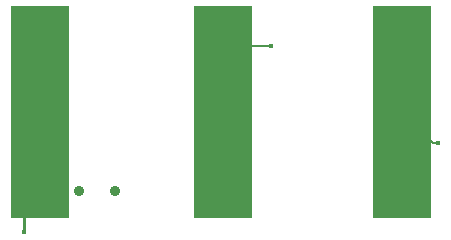
<source format=gbl>
G04 Layer_Physical_Order=4*
G04 Layer_Color=16711680*
%FSLAX25Y25*%
%MOIN*%
G70*
G01*
G75*
%ADD33C,0.01000*%
%ADD34C,0.00787*%
%ADD36C,0.01575*%
%ADD37C,0.03543*%
%ADD38R,0.19685X0.70866*%
D33*
X12000Y6000D02*
Y40500D01*
D34*
X148500Y35500D02*
X150000D01*
X138000Y46000D02*
X148500Y35500D01*
X78500Y46000D02*
Y67000D01*
X79500Y68000D01*
X94500D01*
D36*
X150000Y35500D02*
D03*
X94500Y68000D02*
D03*
X12000Y6000D02*
D03*
D37*
X30500Y19563D02*
D03*
X42500D02*
D03*
D38*
X17500Y46000D02*
D03*
X138000D02*
D03*
X78500D02*
D03*
M02*

</source>
